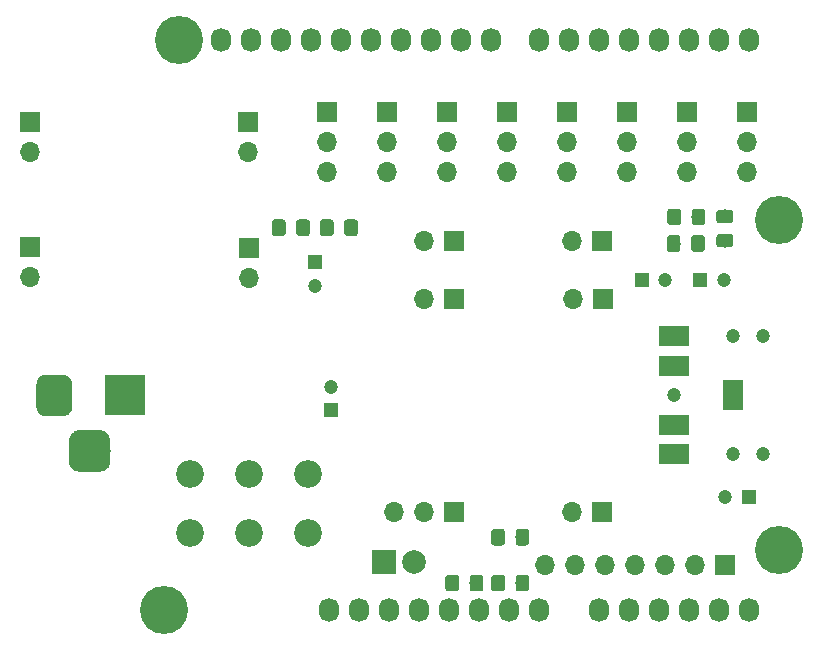
<source format=gbr>
G04 #@! TF.GenerationSoftware,KiCad,Pcbnew,(5.1.2-1)-1*
G04 #@! TF.CreationDate,2019-07-31T09:11:47+08:00*
G04 #@! TF.ProjectId,arduino_fft_led,61726475-696e-46f5-9f66-66745f6c6564,rev?*
G04 #@! TF.SameCoordinates,Original*
G04 #@! TF.FileFunction,Soldermask,Bot*
G04 #@! TF.FilePolarity,Negative*
%FSLAX46Y46*%
G04 Gerber Fmt 4.6, Leading zero omitted, Abs format (unit mm)*
G04 Created by KiCad (PCBNEW (5.1.2-1)-1) date 2019-07-31 09:11:47*
%MOMM*%
%LPD*%
G04 APERTURE LIST*
%ADD10O,1.727200X2.032000*%
%ADD11C,4.064000*%
%ADD12R,3.500000X3.500000*%
%ADD13C,0.100000*%
%ADD14C,3.000000*%
%ADD15C,3.500000*%
%ADD16R,2.500000X1.800000*%
%ADD17R,1.800000X2.500000*%
%ADD18C,1.200000*%
%ADD19R,1.700000X1.700000*%
%ADD20O,1.700000X1.700000*%
%ADD21C,2.000000*%
%ADD22R,2.000000X2.000000*%
%ADD23R,1.200000X1.200000*%
%ADD24C,2.340000*%
%ADD25C,1.150000*%
G04 APERTURE END LIST*
D10*
X138938000Y-123825000D03*
X141478000Y-123825000D03*
X144018000Y-123825000D03*
X146558000Y-123825000D03*
X149098000Y-123825000D03*
X151638000Y-123825000D03*
X154178000Y-123825000D03*
X156718000Y-123825000D03*
X161798000Y-123825000D03*
X164338000Y-123825000D03*
X166878000Y-123825000D03*
X169418000Y-123825000D03*
X171958000Y-123825000D03*
X174498000Y-123825000D03*
X129794000Y-75565000D03*
X132334000Y-75565000D03*
X134874000Y-75565000D03*
X137414000Y-75565000D03*
X139954000Y-75565000D03*
X142494000Y-75565000D03*
X145034000Y-75565000D03*
X147574000Y-75565000D03*
X150114000Y-75565000D03*
X152654000Y-75565000D03*
X156718000Y-75565000D03*
X159258000Y-75565000D03*
X161798000Y-75565000D03*
X164338000Y-75565000D03*
X166878000Y-75565000D03*
X169418000Y-75565000D03*
X171958000Y-75565000D03*
X174498000Y-75565000D03*
D11*
X124968000Y-123825000D03*
X177038000Y-118745000D03*
X126238000Y-75565000D03*
X177038000Y-90805000D03*
D12*
X121640600Y-105689400D03*
D13*
G36*
X116464113Y-103943011D02*
G01*
X116536918Y-103953811D01*
X116608314Y-103971695D01*
X116677613Y-103996490D01*
X116744148Y-104027959D01*
X116807278Y-104065798D01*
X116866395Y-104109642D01*
X116920930Y-104159070D01*
X116970358Y-104213605D01*
X117014202Y-104272722D01*
X117052041Y-104335852D01*
X117083510Y-104402387D01*
X117108305Y-104471686D01*
X117126189Y-104543082D01*
X117136989Y-104615887D01*
X117140600Y-104689400D01*
X117140600Y-106689400D01*
X117136989Y-106762913D01*
X117126189Y-106835718D01*
X117108305Y-106907114D01*
X117083510Y-106976413D01*
X117052041Y-107042948D01*
X117014202Y-107106078D01*
X116970358Y-107165195D01*
X116920930Y-107219730D01*
X116866395Y-107269158D01*
X116807278Y-107313002D01*
X116744148Y-107350841D01*
X116677613Y-107382310D01*
X116608314Y-107407105D01*
X116536918Y-107424989D01*
X116464113Y-107435789D01*
X116390600Y-107439400D01*
X114890600Y-107439400D01*
X114817087Y-107435789D01*
X114744282Y-107424989D01*
X114672886Y-107407105D01*
X114603587Y-107382310D01*
X114537052Y-107350841D01*
X114473922Y-107313002D01*
X114414805Y-107269158D01*
X114360270Y-107219730D01*
X114310842Y-107165195D01*
X114266998Y-107106078D01*
X114229159Y-107042948D01*
X114197690Y-106976413D01*
X114172895Y-106907114D01*
X114155011Y-106835718D01*
X114144211Y-106762913D01*
X114140600Y-106689400D01*
X114140600Y-104689400D01*
X114144211Y-104615887D01*
X114155011Y-104543082D01*
X114172895Y-104471686D01*
X114197690Y-104402387D01*
X114229159Y-104335852D01*
X114266998Y-104272722D01*
X114310842Y-104213605D01*
X114360270Y-104159070D01*
X114414805Y-104109642D01*
X114473922Y-104065798D01*
X114537052Y-104027959D01*
X114603587Y-103996490D01*
X114672886Y-103971695D01*
X114744282Y-103953811D01*
X114817087Y-103943011D01*
X114890600Y-103939400D01*
X116390600Y-103939400D01*
X116464113Y-103943011D01*
X116464113Y-103943011D01*
G37*
D14*
X115640600Y-105689400D03*
D13*
G36*
X119601365Y-108643613D02*
G01*
X119686304Y-108656213D01*
X119769599Y-108677077D01*
X119850448Y-108706005D01*
X119928072Y-108742719D01*
X120001724Y-108786864D01*
X120070694Y-108838016D01*
X120134318Y-108895682D01*
X120191984Y-108959306D01*
X120243136Y-109028276D01*
X120287281Y-109101928D01*
X120323995Y-109179552D01*
X120352923Y-109260401D01*
X120373787Y-109343696D01*
X120386387Y-109428635D01*
X120390600Y-109514400D01*
X120390600Y-111264400D01*
X120386387Y-111350165D01*
X120373787Y-111435104D01*
X120352923Y-111518399D01*
X120323995Y-111599248D01*
X120287281Y-111676872D01*
X120243136Y-111750524D01*
X120191984Y-111819494D01*
X120134318Y-111883118D01*
X120070694Y-111940784D01*
X120001724Y-111991936D01*
X119928072Y-112036081D01*
X119850448Y-112072795D01*
X119769599Y-112101723D01*
X119686304Y-112122587D01*
X119601365Y-112135187D01*
X119515600Y-112139400D01*
X117765600Y-112139400D01*
X117679835Y-112135187D01*
X117594896Y-112122587D01*
X117511601Y-112101723D01*
X117430752Y-112072795D01*
X117353128Y-112036081D01*
X117279476Y-111991936D01*
X117210506Y-111940784D01*
X117146882Y-111883118D01*
X117089216Y-111819494D01*
X117038064Y-111750524D01*
X116993919Y-111676872D01*
X116957205Y-111599248D01*
X116928277Y-111518399D01*
X116907413Y-111435104D01*
X116894813Y-111350165D01*
X116890600Y-111264400D01*
X116890600Y-109514400D01*
X116894813Y-109428635D01*
X116907413Y-109343696D01*
X116928277Y-109260401D01*
X116957205Y-109179552D01*
X116993919Y-109101928D01*
X117038064Y-109028276D01*
X117089216Y-108959306D01*
X117146882Y-108895682D01*
X117210506Y-108838016D01*
X117279476Y-108786864D01*
X117353128Y-108742719D01*
X117430752Y-108706005D01*
X117511601Y-108677077D01*
X117594896Y-108656213D01*
X117679835Y-108643613D01*
X117765600Y-108639400D01*
X119515600Y-108639400D01*
X119601365Y-108643613D01*
X119601365Y-108643613D01*
G37*
D15*
X118640600Y-110389400D03*
D16*
X168122600Y-108189400D03*
X168122600Y-103189400D03*
X168122600Y-110689400D03*
X168122600Y-100689400D03*
D17*
X173122600Y-105689400D03*
D18*
X168122600Y-105689400D03*
X173122600Y-110689400D03*
X175622600Y-110689400D03*
X173122600Y-100689400D03*
X175622600Y-100689400D03*
D19*
X138709400Y-81686400D03*
D20*
X138709400Y-84226400D03*
X138709400Y-86766400D03*
X143789400Y-86766400D03*
X143789400Y-84226400D03*
D19*
X143789400Y-81686400D03*
X148869400Y-81686400D03*
D20*
X148869400Y-84226400D03*
X148869400Y-86766400D03*
X153949400Y-86766400D03*
X153949400Y-84226400D03*
D19*
X153949400Y-81686400D03*
X159029400Y-81686400D03*
D20*
X159029400Y-84226400D03*
X159029400Y-86766400D03*
X164109400Y-86766400D03*
X164109400Y-84226400D03*
D19*
X164109400Y-81686400D03*
X169189400Y-81686400D03*
D20*
X169189400Y-84226400D03*
X169189400Y-86766400D03*
X174269400Y-86766400D03*
X174269400Y-84226400D03*
D19*
X174269400Y-81686400D03*
D21*
X146075400Y-119786400D03*
D22*
X143535400Y-119786400D03*
D18*
X167379400Y-95961200D03*
D23*
X165379400Y-95961200D03*
X170332400Y-95961200D03*
D18*
X172332400Y-95961200D03*
D23*
X174472600Y-114300000D03*
D18*
X172472600Y-114300000D03*
D23*
X137718800Y-94411800D03*
D18*
X137718800Y-96411800D03*
X139065000Y-104959400D03*
D23*
X139065000Y-106959400D03*
D24*
X137101600Y-117373400D03*
X132101600Y-117373400D03*
X127101600Y-117373400D03*
X137101600Y-112373400D03*
X132101600Y-112373400D03*
X127101600Y-112373400D03*
D20*
X113563400Y-95707200D03*
D19*
X113563400Y-93167200D03*
X113588800Y-82524600D03*
D20*
X113588800Y-85064600D03*
D19*
X132130800Y-93192600D03*
D20*
X132130800Y-95732600D03*
X132080000Y-85090000D03*
D19*
X132080000Y-82550000D03*
D20*
X159512000Y-92659200D03*
D19*
X162052000Y-92659200D03*
X149504400Y-92659200D03*
D20*
X146964400Y-92659200D03*
D19*
X162077400Y-97561400D03*
D20*
X159537400Y-97561400D03*
X146964400Y-97561400D03*
D19*
X149504400Y-97561400D03*
D20*
X159512000Y-115544600D03*
D19*
X162052000Y-115544600D03*
X172440600Y-120015000D03*
D20*
X169900600Y-120015000D03*
X167360600Y-120015000D03*
X164820600Y-120015000D03*
X162280600Y-120015000D03*
X159740600Y-120015000D03*
X157200600Y-120015000D03*
D19*
X149504400Y-115570000D03*
D20*
X146964400Y-115570000D03*
X144424400Y-115570000D03*
D13*
G36*
X168437705Y-92138204D02*
G01*
X168461973Y-92141804D01*
X168485772Y-92147765D01*
X168508871Y-92156030D01*
X168531050Y-92166520D01*
X168552093Y-92179132D01*
X168571799Y-92193747D01*
X168589977Y-92210223D01*
X168606453Y-92228401D01*
X168621068Y-92248107D01*
X168633680Y-92269150D01*
X168644170Y-92291329D01*
X168652435Y-92314428D01*
X168658396Y-92338227D01*
X168661996Y-92362495D01*
X168663200Y-92386999D01*
X168663200Y-93287001D01*
X168661996Y-93311505D01*
X168658396Y-93335773D01*
X168652435Y-93359572D01*
X168644170Y-93382671D01*
X168633680Y-93404850D01*
X168621068Y-93425893D01*
X168606453Y-93445599D01*
X168589977Y-93463777D01*
X168571799Y-93480253D01*
X168552093Y-93494868D01*
X168531050Y-93507480D01*
X168508871Y-93517970D01*
X168485772Y-93526235D01*
X168461973Y-93532196D01*
X168437705Y-93535796D01*
X168413201Y-93537000D01*
X167763199Y-93537000D01*
X167738695Y-93535796D01*
X167714427Y-93532196D01*
X167690628Y-93526235D01*
X167667529Y-93517970D01*
X167645350Y-93507480D01*
X167624307Y-93494868D01*
X167604601Y-93480253D01*
X167586423Y-93463777D01*
X167569947Y-93445599D01*
X167555332Y-93425893D01*
X167542720Y-93404850D01*
X167532230Y-93382671D01*
X167523965Y-93359572D01*
X167518004Y-93335773D01*
X167514404Y-93311505D01*
X167513200Y-93287001D01*
X167513200Y-92386999D01*
X167514404Y-92362495D01*
X167518004Y-92338227D01*
X167523965Y-92314428D01*
X167532230Y-92291329D01*
X167542720Y-92269150D01*
X167555332Y-92248107D01*
X167569947Y-92228401D01*
X167586423Y-92210223D01*
X167604601Y-92193747D01*
X167624307Y-92179132D01*
X167645350Y-92166520D01*
X167667529Y-92156030D01*
X167690628Y-92147765D01*
X167714427Y-92141804D01*
X167738695Y-92138204D01*
X167763199Y-92137000D01*
X168413201Y-92137000D01*
X168437705Y-92138204D01*
X168437705Y-92138204D01*
G37*
D25*
X168088200Y-92837000D03*
D13*
G36*
X170487705Y-92138204D02*
G01*
X170511973Y-92141804D01*
X170535772Y-92147765D01*
X170558871Y-92156030D01*
X170581050Y-92166520D01*
X170602093Y-92179132D01*
X170621799Y-92193747D01*
X170639977Y-92210223D01*
X170656453Y-92228401D01*
X170671068Y-92248107D01*
X170683680Y-92269150D01*
X170694170Y-92291329D01*
X170702435Y-92314428D01*
X170708396Y-92338227D01*
X170711996Y-92362495D01*
X170713200Y-92386999D01*
X170713200Y-93287001D01*
X170711996Y-93311505D01*
X170708396Y-93335773D01*
X170702435Y-93359572D01*
X170694170Y-93382671D01*
X170683680Y-93404850D01*
X170671068Y-93425893D01*
X170656453Y-93445599D01*
X170639977Y-93463777D01*
X170621799Y-93480253D01*
X170602093Y-93494868D01*
X170581050Y-93507480D01*
X170558871Y-93517970D01*
X170535772Y-93526235D01*
X170511973Y-93532196D01*
X170487705Y-93535796D01*
X170463201Y-93537000D01*
X169813199Y-93537000D01*
X169788695Y-93535796D01*
X169764427Y-93532196D01*
X169740628Y-93526235D01*
X169717529Y-93517970D01*
X169695350Y-93507480D01*
X169674307Y-93494868D01*
X169654601Y-93480253D01*
X169636423Y-93463777D01*
X169619947Y-93445599D01*
X169605332Y-93425893D01*
X169592720Y-93404850D01*
X169582230Y-93382671D01*
X169573965Y-93359572D01*
X169568004Y-93335773D01*
X169564404Y-93311505D01*
X169563200Y-93287001D01*
X169563200Y-92386999D01*
X169564404Y-92362495D01*
X169568004Y-92338227D01*
X169573965Y-92314428D01*
X169582230Y-92291329D01*
X169592720Y-92269150D01*
X169605332Y-92248107D01*
X169619947Y-92228401D01*
X169636423Y-92210223D01*
X169654601Y-92193747D01*
X169674307Y-92179132D01*
X169695350Y-92166520D01*
X169717529Y-92156030D01*
X169740628Y-92147765D01*
X169764427Y-92141804D01*
X169788695Y-92138204D01*
X169813199Y-92137000D01*
X170463201Y-92137000D01*
X170487705Y-92138204D01*
X170487705Y-92138204D01*
G37*
D25*
X170138200Y-92837000D03*
D13*
G36*
X172889705Y-89968204D02*
G01*
X172913973Y-89971804D01*
X172937772Y-89977765D01*
X172960871Y-89986030D01*
X172983050Y-89996520D01*
X173004093Y-90009132D01*
X173023799Y-90023747D01*
X173041977Y-90040223D01*
X173058453Y-90058401D01*
X173073068Y-90078107D01*
X173085680Y-90099150D01*
X173096170Y-90121329D01*
X173104435Y-90144428D01*
X173110396Y-90168227D01*
X173113996Y-90192495D01*
X173115200Y-90216999D01*
X173115200Y-90867001D01*
X173113996Y-90891505D01*
X173110396Y-90915773D01*
X173104435Y-90939572D01*
X173096170Y-90962671D01*
X173085680Y-90984850D01*
X173073068Y-91005893D01*
X173058453Y-91025599D01*
X173041977Y-91043777D01*
X173023799Y-91060253D01*
X173004093Y-91074868D01*
X172983050Y-91087480D01*
X172960871Y-91097970D01*
X172937772Y-91106235D01*
X172913973Y-91112196D01*
X172889705Y-91115796D01*
X172865201Y-91117000D01*
X171965199Y-91117000D01*
X171940695Y-91115796D01*
X171916427Y-91112196D01*
X171892628Y-91106235D01*
X171869529Y-91097970D01*
X171847350Y-91087480D01*
X171826307Y-91074868D01*
X171806601Y-91060253D01*
X171788423Y-91043777D01*
X171771947Y-91025599D01*
X171757332Y-91005893D01*
X171744720Y-90984850D01*
X171734230Y-90962671D01*
X171725965Y-90939572D01*
X171720004Y-90915773D01*
X171716404Y-90891505D01*
X171715200Y-90867001D01*
X171715200Y-90216999D01*
X171716404Y-90192495D01*
X171720004Y-90168227D01*
X171725965Y-90144428D01*
X171734230Y-90121329D01*
X171744720Y-90099150D01*
X171757332Y-90078107D01*
X171771947Y-90058401D01*
X171788423Y-90040223D01*
X171806601Y-90023747D01*
X171826307Y-90009132D01*
X171847350Y-89996520D01*
X171869529Y-89986030D01*
X171892628Y-89977765D01*
X171916427Y-89971804D01*
X171940695Y-89968204D01*
X171965199Y-89967000D01*
X172865201Y-89967000D01*
X172889705Y-89968204D01*
X172889705Y-89968204D01*
G37*
D25*
X172415200Y-90542000D03*
D13*
G36*
X172889705Y-92018204D02*
G01*
X172913973Y-92021804D01*
X172937772Y-92027765D01*
X172960871Y-92036030D01*
X172983050Y-92046520D01*
X173004093Y-92059132D01*
X173023799Y-92073747D01*
X173041977Y-92090223D01*
X173058453Y-92108401D01*
X173073068Y-92128107D01*
X173085680Y-92149150D01*
X173096170Y-92171329D01*
X173104435Y-92194428D01*
X173110396Y-92218227D01*
X173113996Y-92242495D01*
X173115200Y-92266999D01*
X173115200Y-92917001D01*
X173113996Y-92941505D01*
X173110396Y-92965773D01*
X173104435Y-92989572D01*
X173096170Y-93012671D01*
X173085680Y-93034850D01*
X173073068Y-93055893D01*
X173058453Y-93075599D01*
X173041977Y-93093777D01*
X173023799Y-93110253D01*
X173004093Y-93124868D01*
X172983050Y-93137480D01*
X172960871Y-93147970D01*
X172937772Y-93156235D01*
X172913973Y-93162196D01*
X172889705Y-93165796D01*
X172865201Y-93167000D01*
X171965199Y-93167000D01*
X171940695Y-93165796D01*
X171916427Y-93162196D01*
X171892628Y-93156235D01*
X171869529Y-93147970D01*
X171847350Y-93137480D01*
X171826307Y-93124868D01*
X171806601Y-93110253D01*
X171788423Y-93093777D01*
X171771947Y-93075599D01*
X171757332Y-93055893D01*
X171744720Y-93034850D01*
X171734230Y-93012671D01*
X171725965Y-92989572D01*
X171720004Y-92965773D01*
X171716404Y-92941505D01*
X171715200Y-92917001D01*
X171715200Y-92266999D01*
X171716404Y-92242495D01*
X171720004Y-92218227D01*
X171725965Y-92194428D01*
X171734230Y-92171329D01*
X171744720Y-92149150D01*
X171757332Y-92128107D01*
X171771947Y-92108401D01*
X171788423Y-92090223D01*
X171806601Y-92073747D01*
X171826307Y-92059132D01*
X171847350Y-92046520D01*
X171869529Y-92036030D01*
X171892628Y-92027765D01*
X171916427Y-92021804D01*
X171940695Y-92018204D01*
X171965199Y-92017000D01*
X172865201Y-92017000D01*
X172889705Y-92018204D01*
X172889705Y-92018204D01*
G37*
D25*
X172415200Y-92592000D03*
D13*
G36*
X151742505Y-120891004D02*
G01*
X151766773Y-120894604D01*
X151790572Y-120900565D01*
X151813671Y-120908830D01*
X151835850Y-120919320D01*
X151856893Y-120931932D01*
X151876599Y-120946547D01*
X151894777Y-120963023D01*
X151911253Y-120981201D01*
X151925868Y-121000907D01*
X151938480Y-121021950D01*
X151948970Y-121044129D01*
X151957235Y-121067228D01*
X151963196Y-121091027D01*
X151966796Y-121115295D01*
X151968000Y-121139799D01*
X151968000Y-122039801D01*
X151966796Y-122064305D01*
X151963196Y-122088573D01*
X151957235Y-122112372D01*
X151948970Y-122135471D01*
X151938480Y-122157650D01*
X151925868Y-122178693D01*
X151911253Y-122198399D01*
X151894777Y-122216577D01*
X151876599Y-122233053D01*
X151856893Y-122247668D01*
X151835850Y-122260280D01*
X151813671Y-122270770D01*
X151790572Y-122279035D01*
X151766773Y-122284996D01*
X151742505Y-122288596D01*
X151718001Y-122289800D01*
X151067999Y-122289800D01*
X151043495Y-122288596D01*
X151019227Y-122284996D01*
X150995428Y-122279035D01*
X150972329Y-122270770D01*
X150950150Y-122260280D01*
X150929107Y-122247668D01*
X150909401Y-122233053D01*
X150891223Y-122216577D01*
X150874747Y-122198399D01*
X150860132Y-122178693D01*
X150847520Y-122157650D01*
X150837030Y-122135471D01*
X150828765Y-122112372D01*
X150822804Y-122088573D01*
X150819204Y-122064305D01*
X150818000Y-122039801D01*
X150818000Y-121139799D01*
X150819204Y-121115295D01*
X150822804Y-121091027D01*
X150828765Y-121067228D01*
X150837030Y-121044129D01*
X150847520Y-121021950D01*
X150860132Y-121000907D01*
X150874747Y-120981201D01*
X150891223Y-120963023D01*
X150909401Y-120946547D01*
X150929107Y-120931932D01*
X150950150Y-120919320D01*
X150972329Y-120908830D01*
X150995428Y-120900565D01*
X151019227Y-120894604D01*
X151043495Y-120891004D01*
X151067999Y-120889800D01*
X151718001Y-120889800D01*
X151742505Y-120891004D01*
X151742505Y-120891004D01*
G37*
D25*
X151393000Y-121589800D03*
D13*
G36*
X149692505Y-120891004D02*
G01*
X149716773Y-120894604D01*
X149740572Y-120900565D01*
X149763671Y-120908830D01*
X149785850Y-120919320D01*
X149806893Y-120931932D01*
X149826599Y-120946547D01*
X149844777Y-120963023D01*
X149861253Y-120981201D01*
X149875868Y-121000907D01*
X149888480Y-121021950D01*
X149898970Y-121044129D01*
X149907235Y-121067228D01*
X149913196Y-121091027D01*
X149916796Y-121115295D01*
X149918000Y-121139799D01*
X149918000Y-122039801D01*
X149916796Y-122064305D01*
X149913196Y-122088573D01*
X149907235Y-122112372D01*
X149898970Y-122135471D01*
X149888480Y-122157650D01*
X149875868Y-122178693D01*
X149861253Y-122198399D01*
X149844777Y-122216577D01*
X149826599Y-122233053D01*
X149806893Y-122247668D01*
X149785850Y-122260280D01*
X149763671Y-122270770D01*
X149740572Y-122279035D01*
X149716773Y-122284996D01*
X149692505Y-122288596D01*
X149668001Y-122289800D01*
X149017999Y-122289800D01*
X148993495Y-122288596D01*
X148969227Y-122284996D01*
X148945428Y-122279035D01*
X148922329Y-122270770D01*
X148900150Y-122260280D01*
X148879107Y-122247668D01*
X148859401Y-122233053D01*
X148841223Y-122216577D01*
X148824747Y-122198399D01*
X148810132Y-122178693D01*
X148797520Y-122157650D01*
X148787030Y-122135471D01*
X148778765Y-122112372D01*
X148772804Y-122088573D01*
X148769204Y-122064305D01*
X148768000Y-122039801D01*
X148768000Y-121139799D01*
X148769204Y-121115295D01*
X148772804Y-121091027D01*
X148778765Y-121067228D01*
X148787030Y-121044129D01*
X148797520Y-121021950D01*
X148810132Y-121000907D01*
X148824747Y-120981201D01*
X148841223Y-120963023D01*
X148859401Y-120946547D01*
X148879107Y-120931932D01*
X148900150Y-120919320D01*
X148922329Y-120908830D01*
X148945428Y-120900565D01*
X148969227Y-120894604D01*
X148993495Y-120891004D01*
X149017999Y-120889800D01*
X149668001Y-120889800D01*
X149692505Y-120891004D01*
X149692505Y-120891004D01*
G37*
D25*
X149343000Y-121589800D03*
D13*
G36*
X153578705Y-120891004D02*
G01*
X153602973Y-120894604D01*
X153626772Y-120900565D01*
X153649871Y-120908830D01*
X153672050Y-120919320D01*
X153693093Y-120931932D01*
X153712799Y-120946547D01*
X153730977Y-120963023D01*
X153747453Y-120981201D01*
X153762068Y-121000907D01*
X153774680Y-121021950D01*
X153785170Y-121044129D01*
X153793435Y-121067228D01*
X153799396Y-121091027D01*
X153802996Y-121115295D01*
X153804200Y-121139799D01*
X153804200Y-122039801D01*
X153802996Y-122064305D01*
X153799396Y-122088573D01*
X153793435Y-122112372D01*
X153785170Y-122135471D01*
X153774680Y-122157650D01*
X153762068Y-122178693D01*
X153747453Y-122198399D01*
X153730977Y-122216577D01*
X153712799Y-122233053D01*
X153693093Y-122247668D01*
X153672050Y-122260280D01*
X153649871Y-122270770D01*
X153626772Y-122279035D01*
X153602973Y-122284996D01*
X153578705Y-122288596D01*
X153554201Y-122289800D01*
X152904199Y-122289800D01*
X152879695Y-122288596D01*
X152855427Y-122284996D01*
X152831628Y-122279035D01*
X152808529Y-122270770D01*
X152786350Y-122260280D01*
X152765307Y-122247668D01*
X152745601Y-122233053D01*
X152727423Y-122216577D01*
X152710947Y-122198399D01*
X152696332Y-122178693D01*
X152683720Y-122157650D01*
X152673230Y-122135471D01*
X152664965Y-122112372D01*
X152659004Y-122088573D01*
X152655404Y-122064305D01*
X152654200Y-122039801D01*
X152654200Y-121139799D01*
X152655404Y-121115295D01*
X152659004Y-121091027D01*
X152664965Y-121067228D01*
X152673230Y-121044129D01*
X152683720Y-121021950D01*
X152696332Y-121000907D01*
X152710947Y-120981201D01*
X152727423Y-120963023D01*
X152745601Y-120946547D01*
X152765307Y-120931932D01*
X152786350Y-120919320D01*
X152808529Y-120908830D01*
X152831628Y-120900565D01*
X152855427Y-120894604D01*
X152879695Y-120891004D01*
X152904199Y-120889800D01*
X153554201Y-120889800D01*
X153578705Y-120891004D01*
X153578705Y-120891004D01*
G37*
D25*
X153229200Y-121589800D03*
D13*
G36*
X155628705Y-120891004D02*
G01*
X155652973Y-120894604D01*
X155676772Y-120900565D01*
X155699871Y-120908830D01*
X155722050Y-120919320D01*
X155743093Y-120931932D01*
X155762799Y-120946547D01*
X155780977Y-120963023D01*
X155797453Y-120981201D01*
X155812068Y-121000907D01*
X155824680Y-121021950D01*
X155835170Y-121044129D01*
X155843435Y-121067228D01*
X155849396Y-121091027D01*
X155852996Y-121115295D01*
X155854200Y-121139799D01*
X155854200Y-122039801D01*
X155852996Y-122064305D01*
X155849396Y-122088573D01*
X155843435Y-122112372D01*
X155835170Y-122135471D01*
X155824680Y-122157650D01*
X155812068Y-122178693D01*
X155797453Y-122198399D01*
X155780977Y-122216577D01*
X155762799Y-122233053D01*
X155743093Y-122247668D01*
X155722050Y-122260280D01*
X155699871Y-122270770D01*
X155676772Y-122279035D01*
X155652973Y-122284996D01*
X155628705Y-122288596D01*
X155604201Y-122289800D01*
X154954199Y-122289800D01*
X154929695Y-122288596D01*
X154905427Y-122284996D01*
X154881628Y-122279035D01*
X154858529Y-122270770D01*
X154836350Y-122260280D01*
X154815307Y-122247668D01*
X154795601Y-122233053D01*
X154777423Y-122216577D01*
X154760947Y-122198399D01*
X154746332Y-122178693D01*
X154733720Y-122157650D01*
X154723230Y-122135471D01*
X154714965Y-122112372D01*
X154709004Y-122088573D01*
X154705404Y-122064305D01*
X154704200Y-122039801D01*
X154704200Y-121139799D01*
X154705404Y-121115295D01*
X154709004Y-121091027D01*
X154714965Y-121067228D01*
X154723230Y-121044129D01*
X154733720Y-121021950D01*
X154746332Y-121000907D01*
X154760947Y-120981201D01*
X154777423Y-120963023D01*
X154795601Y-120946547D01*
X154815307Y-120931932D01*
X154836350Y-120919320D01*
X154858529Y-120908830D01*
X154881628Y-120900565D01*
X154905427Y-120894604D01*
X154929695Y-120891004D01*
X154954199Y-120889800D01*
X155604201Y-120889800D01*
X155628705Y-120891004D01*
X155628705Y-120891004D01*
G37*
D25*
X155279200Y-121589800D03*
D13*
G36*
X168488505Y-89877604D02*
G01*
X168512773Y-89881204D01*
X168536572Y-89887165D01*
X168559671Y-89895430D01*
X168581850Y-89905920D01*
X168602893Y-89918532D01*
X168622599Y-89933147D01*
X168640777Y-89949623D01*
X168657253Y-89967801D01*
X168671868Y-89987507D01*
X168684480Y-90008550D01*
X168694970Y-90030729D01*
X168703235Y-90053828D01*
X168709196Y-90077627D01*
X168712796Y-90101895D01*
X168714000Y-90126399D01*
X168714000Y-91026401D01*
X168712796Y-91050905D01*
X168709196Y-91075173D01*
X168703235Y-91098972D01*
X168694970Y-91122071D01*
X168684480Y-91144250D01*
X168671868Y-91165293D01*
X168657253Y-91184999D01*
X168640777Y-91203177D01*
X168622599Y-91219653D01*
X168602893Y-91234268D01*
X168581850Y-91246880D01*
X168559671Y-91257370D01*
X168536572Y-91265635D01*
X168512773Y-91271596D01*
X168488505Y-91275196D01*
X168464001Y-91276400D01*
X167813999Y-91276400D01*
X167789495Y-91275196D01*
X167765227Y-91271596D01*
X167741428Y-91265635D01*
X167718329Y-91257370D01*
X167696150Y-91246880D01*
X167675107Y-91234268D01*
X167655401Y-91219653D01*
X167637223Y-91203177D01*
X167620747Y-91184999D01*
X167606132Y-91165293D01*
X167593520Y-91144250D01*
X167583030Y-91122071D01*
X167574765Y-91098972D01*
X167568804Y-91075173D01*
X167565204Y-91050905D01*
X167564000Y-91026401D01*
X167564000Y-90126399D01*
X167565204Y-90101895D01*
X167568804Y-90077627D01*
X167574765Y-90053828D01*
X167583030Y-90030729D01*
X167593520Y-90008550D01*
X167606132Y-89987507D01*
X167620747Y-89967801D01*
X167637223Y-89949623D01*
X167655401Y-89933147D01*
X167675107Y-89918532D01*
X167696150Y-89905920D01*
X167718329Y-89895430D01*
X167741428Y-89887165D01*
X167765227Y-89881204D01*
X167789495Y-89877604D01*
X167813999Y-89876400D01*
X168464001Y-89876400D01*
X168488505Y-89877604D01*
X168488505Y-89877604D01*
G37*
D25*
X168139000Y-90576400D03*
D13*
G36*
X170538505Y-89877604D02*
G01*
X170562773Y-89881204D01*
X170586572Y-89887165D01*
X170609671Y-89895430D01*
X170631850Y-89905920D01*
X170652893Y-89918532D01*
X170672599Y-89933147D01*
X170690777Y-89949623D01*
X170707253Y-89967801D01*
X170721868Y-89987507D01*
X170734480Y-90008550D01*
X170744970Y-90030729D01*
X170753235Y-90053828D01*
X170759196Y-90077627D01*
X170762796Y-90101895D01*
X170764000Y-90126399D01*
X170764000Y-91026401D01*
X170762796Y-91050905D01*
X170759196Y-91075173D01*
X170753235Y-91098972D01*
X170744970Y-91122071D01*
X170734480Y-91144250D01*
X170721868Y-91165293D01*
X170707253Y-91184999D01*
X170690777Y-91203177D01*
X170672599Y-91219653D01*
X170652893Y-91234268D01*
X170631850Y-91246880D01*
X170609671Y-91257370D01*
X170586572Y-91265635D01*
X170562773Y-91271596D01*
X170538505Y-91275196D01*
X170514001Y-91276400D01*
X169863999Y-91276400D01*
X169839495Y-91275196D01*
X169815227Y-91271596D01*
X169791428Y-91265635D01*
X169768329Y-91257370D01*
X169746150Y-91246880D01*
X169725107Y-91234268D01*
X169705401Y-91219653D01*
X169687223Y-91203177D01*
X169670747Y-91184999D01*
X169656132Y-91165293D01*
X169643520Y-91144250D01*
X169633030Y-91122071D01*
X169624765Y-91098972D01*
X169618804Y-91075173D01*
X169615204Y-91050905D01*
X169614000Y-91026401D01*
X169614000Y-90126399D01*
X169615204Y-90101895D01*
X169618804Y-90077627D01*
X169624765Y-90053828D01*
X169633030Y-90030729D01*
X169643520Y-90008550D01*
X169656132Y-89987507D01*
X169670747Y-89967801D01*
X169687223Y-89949623D01*
X169705401Y-89933147D01*
X169725107Y-89918532D01*
X169746150Y-89905920D01*
X169768329Y-89895430D01*
X169791428Y-89887165D01*
X169815227Y-89881204D01*
X169839495Y-89877604D01*
X169863999Y-89876400D01*
X170514001Y-89876400D01*
X170538505Y-89877604D01*
X170538505Y-89877604D01*
G37*
D25*
X170189000Y-90576400D03*
D13*
G36*
X141125305Y-90792004D02*
G01*
X141149573Y-90795604D01*
X141173372Y-90801565D01*
X141196471Y-90809830D01*
X141218650Y-90820320D01*
X141239693Y-90832932D01*
X141259399Y-90847547D01*
X141277577Y-90864023D01*
X141294053Y-90882201D01*
X141308668Y-90901907D01*
X141321280Y-90922950D01*
X141331770Y-90945129D01*
X141340035Y-90968228D01*
X141345996Y-90992027D01*
X141349596Y-91016295D01*
X141350800Y-91040799D01*
X141350800Y-91940801D01*
X141349596Y-91965305D01*
X141345996Y-91989573D01*
X141340035Y-92013372D01*
X141331770Y-92036471D01*
X141321280Y-92058650D01*
X141308668Y-92079693D01*
X141294053Y-92099399D01*
X141277577Y-92117577D01*
X141259399Y-92134053D01*
X141239693Y-92148668D01*
X141218650Y-92161280D01*
X141196471Y-92171770D01*
X141173372Y-92180035D01*
X141149573Y-92185996D01*
X141125305Y-92189596D01*
X141100801Y-92190800D01*
X140450799Y-92190800D01*
X140426295Y-92189596D01*
X140402027Y-92185996D01*
X140378228Y-92180035D01*
X140355129Y-92171770D01*
X140332950Y-92161280D01*
X140311907Y-92148668D01*
X140292201Y-92134053D01*
X140274023Y-92117577D01*
X140257547Y-92099399D01*
X140242932Y-92079693D01*
X140230320Y-92058650D01*
X140219830Y-92036471D01*
X140211565Y-92013372D01*
X140205604Y-91989573D01*
X140202004Y-91965305D01*
X140200800Y-91940801D01*
X140200800Y-91040799D01*
X140202004Y-91016295D01*
X140205604Y-90992027D01*
X140211565Y-90968228D01*
X140219830Y-90945129D01*
X140230320Y-90922950D01*
X140242932Y-90901907D01*
X140257547Y-90882201D01*
X140274023Y-90864023D01*
X140292201Y-90847547D01*
X140311907Y-90832932D01*
X140332950Y-90820320D01*
X140355129Y-90809830D01*
X140378228Y-90801565D01*
X140402027Y-90795604D01*
X140426295Y-90792004D01*
X140450799Y-90790800D01*
X141100801Y-90790800D01*
X141125305Y-90792004D01*
X141125305Y-90792004D01*
G37*
D25*
X140775800Y-91490800D03*
D13*
G36*
X139075305Y-90792004D02*
G01*
X139099573Y-90795604D01*
X139123372Y-90801565D01*
X139146471Y-90809830D01*
X139168650Y-90820320D01*
X139189693Y-90832932D01*
X139209399Y-90847547D01*
X139227577Y-90864023D01*
X139244053Y-90882201D01*
X139258668Y-90901907D01*
X139271280Y-90922950D01*
X139281770Y-90945129D01*
X139290035Y-90968228D01*
X139295996Y-90992027D01*
X139299596Y-91016295D01*
X139300800Y-91040799D01*
X139300800Y-91940801D01*
X139299596Y-91965305D01*
X139295996Y-91989573D01*
X139290035Y-92013372D01*
X139281770Y-92036471D01*
X139271280Y-92058650D01*
X139258668Y-92079693D01*
X139244053Y-92099399D01*
X139227577Y-92117577D01*
X139209399Y-92134053D01*
X139189693Y-92148668D01*
X139168650Y-92161280D01*
X139146471Y-92171770D01*
X139123372Y-92180035D01*
X139099573Y-92185996D01*
X139075305Y-92189596D01*
X139050801Y-92190800D01*
X138400799Y-92190800D01*
X138376295Y-92189596D01*
X138352027Y-92185996D01*
X138328228Y-92180035D01*
X138305129Y-92171770D01*
X138282950Y-92161280D01*
X138261907Y-92148668D01*
X138242201Y-92134053D01*
X138224023Y-92117577D01*
X138207547Y-92099399D01*
X138192932Y-92079693D01*
X138180320Y-92058650D01*
X138169830Y-92036471D01*
X138161565Y-92013372D01*
X138155604Y-91989573D01*
X138152004Y-91965305D01*
X138150800Y-91940801D01*
X138150800Y-91040799D01*
X138152004Y-91016295D01*
X138155604Y-90992027D01*
X138161565Y-90968228D01*
X138169830Y-90945129D01*
X138180320Y-90922950D01*
X138192932Y-90901907D01*
X138207547Y-90882201D01*
X138224023Y-90864023D01*
X138242201Y-90847547D01*
X138261907Y-90832932D01*
X138282950Y-90820320D01*
X138305129Y-90809830D01*
X138328228Y-90801565D01*
X138352027Y-90795604D01*
X138376295Y-90792004D01*
X138400799Y-90790800D01*
X139050801Y-90790800D01*
X139075305Y-90792004D01*
X139075305Y-90792004D01*
G37*
D25*
X138725800Y-91490800D03*
D13*
G36*
X137061305Y-90792004D02*
G01*
X137085573Y-90795604D01*
X137109372Y-90801565D01*
X137132471Y-90809830D01*
X137154650Y-90820320D01*
X137175693Y-90832932D01*
X137195399Y-90847547D01*
X137213577Y-90864023D01*
X137230053Y-90882201D01*
X137244668Y-90901907D01*
X137257280Y-90922950D01*
X137267770Y-90945129D01*
X137276035Y-90968228D01*
X137281996Y-90992027D01*
X137285596Y-91016295D01*
X137286800Y-91040799D01*
X137286800Y-91940801D01*
X137285596Y-91965305D01*
X137281996Y-91989573D01*
X137276035Y-92013372D01*
X137267770Y-92036471D01*
X137257280Y-92058650D01*
X137244668Y-92079693D01*
X137230053Y-92099399D01*
X137213577Y-92117577D01*
X137195399Y-92134053D01*
X137175693Y-92148668D01*
X137154650Y-92161280D01*
X137132471Y-92171770D01*
X137109372Y-92180035D01*
X137085573Y-92185996D01*
X137061305Y-92189596D01*
X137036801Y-92190800D01*
X136386799Y-92190800D01*
X136362295Y-92189596D01*
X136338027Y-92185996D01*
X136314228Y-92180035D01*
X136291129Y-92171770D01*
X136268950Y-92161280D01*
X136247907Y-92148668D01*
X136228201Y-92134053D01*
X136210023Y-92117577D01*
X136193547Y-92099399D01*
X136178932Y-92079693D01*
X136166320Y-92058650D01*
X136155830Y-92036471D01*
X136147565Y-92013372D01*
X136141604Y-91989573D01*
X136138004Y-91965305D01*
X136136800Y-91940801D01*
X136136800Y-91040799D01*
X136138004Y-91016295D01*
X136141604Y-90992027D01*
X136147565Y-90968228D01*
X136155830Y-90945129D01*
X136166320Y-90922950D01*
X136178932Y-90901907D01*
X136193547Y-90882201D01*
X136210023Y-90864023D01*
X136228201Y-90847547D01*
X136247907Y-90832932D01*
X136268950Y-90820320D01*
X136291129Y-90809830D01*
X136314228Y-90801565D01*
X136338027Y-90795604D01*
X136362295Y-90792004D01*
X136386799Y-90790800D01*
X137036801Y-90790800D01*
X137061305Y-90792004D01*
X137061305Y-90792004D01*
G37*
D25*
X136711800Y-91490800D03*
D13*
G36*
X135011305Y-90792004D02*
G01*
X135035573Y-90795604D01*
X135059372Y-90801565D01*
X135082471Y-90809830D01*
X135104650Y-90820320D01*
X135125693Y-90832932D01*
X135145399Y-90847547D01*
X135163577Y-90864023D01*
X135180053Y-90882201D01*
X135194668Y-90901907D01*
X135207280Y-90922950D01*
X135217770Y-90945129D01*
X135226035Y-90968228D01*
X135231996Y-90992027D01*
X135235596Y-91016295D01*
X135236800Y-91040799D01*
X135236800Y-91940801D01*
X135235596Y-91965305D01*
X135231996Y-91989573D01*
X135226035Y-92013372D01*
X135217770Y-92036471D01*
X135207280Y-92058650D01*
X135194668Y-92079693D01*
X135180053Y-92099399D01*
X135163577Y-92117577D01*
X135145399Y-92134053D01*
X135125693Y-92148668D01*
X135104650Y-92161280D01*
X135082471Y-92171770D01*
X135059372Y-92180035D01*
X135035573Y-92185996D01*
X135011305Y-92189596D01*
X134986801Y-92190800D01*
X134336799Y-92190800D01*
X134312295Y-92189596D01*
X134288027Y-92185996D01*
X134264228Y-92180035D01*
X134241129Y-92171770D01*
X134218950Y-92161280D01*
X134197907Y-92148668D01*
X134178201Y-92134053D01*
X134160023Y-92117577D01*
X134143547Y-92099399D01*
X134128932Y-92079693D01*
X134116320Y-92058650D01*
X134105830Y-92036471D01*
X134097565Y-92013372D01*
X134091604Y-91989573D01*
X134088004Y-91965305D01*
X134086800Y-91940801D01*
X134086800Y-91040799D01*
X134088004Y-91016295D01*
X134091604Y-90992027D01*
X134097565Y-90968228D01*
X134105830Y-90945129D01*
X134116320Y-90922950D01*
X134128932Y-90901907D01*
X134143547Y-90882201D01*
X134160023Y-90864023D01*
X134178201Y-90847547D01*
X134197907Y-90832932D01*
X134218950Y-90820320D01*
X134241129Y-90809830D01*
X134264228Y-90801565D01*
X134288027Y-90795604D01*
X134312295Y-90792004D01*
X134336799Y-90790800D01*
X134986801Y-90790800D01*
X135011305Y-90792004D01*
X135011305Y-90792004D01*
G37*
D25*
X134661800Y-91490800D03*
D13*
G36*
X153578705Y-117004804D02*
G01*
X153602973Y-117008404D01*
X153626772Y-117014365D01*
X153649871Y-117022630D01*
X153672050Y-117033120D01*
X153693093Y-117045732D01*
X153712799Y-117060347D01*
X153730977Y-117076823D01*
X153747453Y-117095001D01*
X153762068Y-117114707D01*
X153774680Y-117135750D01*
X153785170Y-117157929D01*
X153793435Y-117181028D01*
X153799396Y-117204827D01*
X153802996Y-117229095D01*
X153804200Y-117253599D01*
X153804200Y-118153601D01*
X153802996Y-118178105D01*
X153799396Y-118202373D01*
X153793435Y-118226172D01*
X153785170Y-118249271D01*
X153774680Y-118271450D01*
X153762068Y-118292493D01*
X153747453Y-118312199D01*
X153730977Y-118330377D01*
X153712799Y-118346853D01*
X153693093Y-118361468D01*
X153672050Y-118374080D01*
X153649871Y-118384570D01*
X153626772Y-118392835D01*
X153602973Y-118398796D01*
X153578705Y-118402396D01*
X153554201Y-118403600D01*
X152904199Y-118403600D01*
X152879695Y-118402396D01*
X152855427Y-118398796D01*
X152831628Y-118392835D01*
X152808529Y-118384570D01*
X152786350Y-118374080D01*
X152765307Y-118361468D01*
X152745601Y-118346853D01*
X152727423Y-118330377D01*
X152710947Y-118312199D01*
X152696332Y-118292493D01*
X152683720Y-118271450D01*
X152673230Y-118249271D01*
X152664965Y-118226172D01*
X152659004Y-118202373D01*
X152655404Y-118178105D01*
X152654200Y-118153601D01*
X152654200Y-117253599D01*
X152655404Y-117229095D01*
X152659004Y-117204827D01*
X152664965Y-117181028D01*
X152673230Y-117157929D01*
X152683720Y-117135750D01*
X152696332Y-117114707D01*
X152710947Y-117095001D01*
X152727423Y-117076823D01*
X152745601Y-117060347D01*
X152765307Y-117045732D01*
X152786350Y-117033120D01*
X152808529Y-117022630D01*
X152831628Y-117014365D01*
X152855427Y-117008404D01*
X152879695Y-117004804D01*
X152904199Y-117003600D01*
X153554201Y-117003600D01*
X153578705Y-117004804D01*
X153578705Y-117004804D01*
G37*
D25*
X153229200Y-117703600D03*
D13*
G36*
X155628705Y-117004804D02*
G01*
X155652973Y-117008404D01*
X155676772Y-117014365D01*
X155699871Y-117022630D01*
X155722050Y-117033120D01*
X155743093Y-117045732D01*
X155762799Y-117060347D01*
X155780977Y-117076823D01*
X155797453Y-117095001D01*
X155812068Y-117114707D01*
X155824680Y-117135750D01*
X155835170Y-117157929D01*
X155843435Y-117181028D01*
X155849396Y-117204827D01*
X155852996Y-117229095D01*
X155854200Y-117253599D01*
X155854200Y-118153601D01*
X155852996Y-118178105D01*
X155849396Y-118202373D01*
X155843435Y-118226172D01*
X155835170Y-118249271D01*
X155824680Y-118271450D01*
X155812068Y-118292493D01*
X155797453Y-118312199D01*
X155780977Y-118330377D01*
X155762799Y-118346853D01*
X155743093Y-118361468D01*
X155722050Y-118374080D01*
X155699871Y-118384570D01*
X155676772Y-118392835D01*
X155652973Y-118398796D01*
X155628705Y-118402396D01*
X155604201Y-118403600D01*
X154954199Y-118403600D01*
X154929695Y-118402396D01*
X154905427Y-118398796D01*
X154881628Y-118392835D01*
X154858529Y-118384570D01*
X154836350Y-118374080D01*
X154815307Y-118361468D01*
X154795601Y-118346853D01*
X154777423Y-118330377D01*
X154760947Y-118312199D01*
X154746332Y-118292493D01*
X154733720Y-118271450D01*
X154723230Y-118249271D01*
X154714965Y-118226172D01*
X154709004Y-118202373D01*
X154705404Y-118178105D01*
X154704200Y-118153601D01*
X154704200Y-117253599D01*
X154705404Y-117229095D01*
X154709004Y-117204827D01*
X154714965Y-117181028D01*
X154723230Y-117157929D01*
X154733720Y-117135750D01*
X154746332Y-117114707D01*
X154760947Y-117095001D01*
X154777423Y-117076823D01*
X154795601Y-117060347D01*
X154815307Y-117045732D01*
X154836350Y-117033120D01*
X154858529Y-117022630D01*
X154881628Y-117014365D01*
X154905427Y-117008404D01*
X154929695Y-117004804D01*
X154954199Y-117003600D01*
X155604201Y-117003600D01*
X155628705Y-117004804D01*
X155628705Y-117004804D01*
G37*
D25*
X155279200Y-117703600D03*
M02*

</source>
